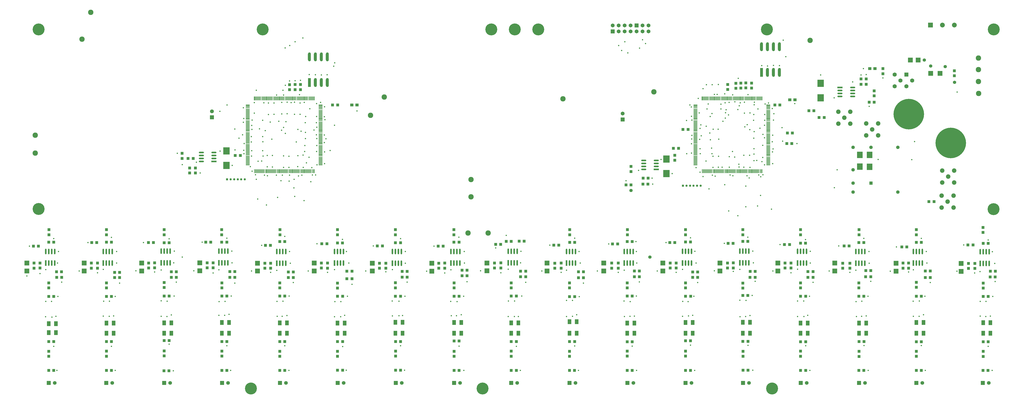
<source format=gbr>
*
G04 Mass Parameters ***
*
G04 Image ***
*
%INTDC_16SMT.GBR*%
%ICAS*%
%MOIN*%
%IPPOS*%
%ASAXBY*%
G74*%FSLAN2X34Y34*%
*
G04 Aperture Definitions ***
*
%ADD10C,0.2000*%
%ADD11C,0.5118*%
%ADD12R,0.0800X0.0800*%
%ADD13R,0.1050X0.1200*%
%ADD14R,0.0500X0.0500*%
%ADD15R,0.0790X0.0790*%
%ADD16R,0.0600X0.0800*%
%ADD17C,0.0750*%
%ADD18C,0.0700*%
%ADD19R,0.0700X0.0700*%
%ADD20C,0.0350*%
%ADD21R,0.0350X0.0350*%
%ADD22C,0.0650*%
%ADD23R,0.0600X0.0600*%
%ADD24O,0.0500X0.1500*%
%ADD25R,0.0500X0.1500*%
%ADD26C,0.0920*%
%ADD27C,0.0580*%
%ADD28C,0.0800*%
%ADD29R,0.0520X0.0500*%
%ADD30O,0.0700X0.0110*%
%ADD31R,0.0700X0.0110*%
%ADD32O,0.0110X0.0700*%
%ADD33R,0.0110X0.0700*%
%ADD34O,0.0250X0.0940*%
%ADD35R,0.0250X0.0940*%
%ADD36C,0.0600*%
%ADD37O,0.0860X0.0250*%
%ADD38R,0.0860X0.0250*%
%ADD39R,0.0866X0.1023*%
%ADD40R,0.0580X0.0580*%
%ADD41C,0.0220*%
%ADD42C,0.0300*%
%ADD43C,0.0160*%
%ADD44C,0.0080*%
%ADD45C,0.0120*%
%ADD46C,0.0220*%
%ADD47C,0.0100*%
%ADD48C,0.0150*%
%ADD49C,0.0200*%
%ADD50C,0.0500*%
%ADD51C,0.0400*%
%ADD52C,0.0220*%
%ADD53C,0.0060*%
%ADD54C,0.2000*%
%ADD55C,0.5118*%
%ADD56R,0.0800X0.0800*%
%ADD57R,0.1200X0.1050*%
%ADD58R,0.0500X0.0500*%
%ADD59R,0.0600X0.0600*%
%ADD60C,0.0750*%
%ADD61C,0.0700*%
%ADD62R,0.0700X0.0700*%
%ADD63C,0.0350*%
%ADD64R,0.0350X0.0350*%
%ADD65C,0.0650*%
%ADD66C,0.0920*%
%ADD67C,0.0580*%
%ADD68C,0.0800*%
%ADD69O,0.0650X0.0160*%
%ADD70R,0.0650X0.0160*%
%ADD71O,0.0900X0.0160*%
%ADD72R,0.0900X0.0160*%
%ADD73C,0.0600*%
%ADD74R,0.0580X0.0580*%
%ADD75C,0.0220*%
%ADD76C,0.0220*%
%ADD77C,0.0250*%
%ADD78C,0.0010*%
%ADD79C,0.0500*%
%ADD80C,0.0500*%
%ADD81R,0.1050X0.1200*%
%ADD82R,0.0790X0.0790*%
%ADD83R,0.0600X0.0800*%
%ADD84C,0.0370*%
%ADD85R,0.0370X0.0370*%
%ADD86R,0.0650X0.0650*%
%ADD87O,0.0500X0.1500*%
%ADD88R,0.0500X0.1500*%
%ADD89C,0.0620*%
%ADD90C,0.0900*%
%ADD91R,0.0520X0.0500*%
%ADD92O,0.0700X0.0110*%
%ADD93R,0.0700X0.0110*%
%ADD94O,0.0110X0.0700*%
%ADD95R,0.0110X0.0700*%
%ADD96O,0.0250X0.0940*%
%ADD97R,0.0250X0.0940*%
%ADD98O,0.0860X0.0250*%
%ADD99R,0.0860X0.0250*%
%ADD100R,0.0945X0.1102*%
%ADD101C,0.0550*%
%ADD102C,0.0550*%
*
G04 Plot Data ***
*
G54D52*
X0028610Y0041470D03*
Y0025960D03*
X0048870Y0041000D03*
X0052530Y0048990D03*
X0074640Y0018500D03*
X0075340Y0016290D03*
X0117560Y0047380D03*
X0118480Y0045720D03*
X0075760Y0019380D03*
X0076330Y0021830D03*
X0075860Y0026910D03*
X0082890Y0029610D03*
X0116970Y0046750D03*
X0153910Y0021680D03*
X0151090Y0016030D03*
X0152780Y0016280D03*
X0152090Y0018580D03*
X0153020Y0019400D03*
X0150300Y0023450D03*
X0141540Y0016000D03*
X0143170Y0016110D03*
X0142410Y0016030D03*
X0153260Y0026910D03*
X0143500Y0019400D03*
X0143940Y0021880D03*
X0142800Y0029090D03*
X0143660Y0026900D03*
X0140440Y0023380D03*
X0134270Y0021740D03*
X0133680Y0019410D03*
X0133020Y0028910D03*
X0133830Y0026930D03*
X0143690Y0024940D03*
X0117345Y0043290D03*
X0093000Y0015990D03*
X0094700Y0016280D03*
X0093990Y0018690D03*
X0095120Y0019320D03*
X0095810Y0021590D03*
X0094350Y0029120D03*
X0095090Y0026910D03*
X0098160Y0023630D03*
X0101650Y0023380D03*
X0105180Y0021790D03*
X0102670Y0016000D03*
X0104360Y0016070D03*
X0103650Y0018510D03*
X0104700Y0019430D03*
X0104740Y0024950D03*
X0084930Y0016010D03*
X0084280Y0018610D03*
X0085500Y0019440D03*
X0086140Y0021730D03*
X0085340Y0026940D03*
X0085290Y0024980D03*
X0081120Y0027510D03*
X0108180Y0023640D03*
X0055830Y0016210D03*
X0151290Y0045330D03*
X0055460Y0028920D03*
X0150810Y0042290D03*
X0135560Y0056500D03*
X0056120Y0026910D03*
X0138330Y0040580D03*
X0137850Y0037595D03*
X0137820Y0052660D03*
X0062730Y0023490D03*
X0066300Y0021770D03*
X0065170Y0029050D03*
X0065910Y0019400D03*
X0064920Y0018550D03*
X0065530Y0016170D03*
X0065970Y0026900D03*
Y0024940D03*
X0152430Y0029080D03*
X0145180Y0042320D03*
X0124860Y0042160D03*
X0123640Y0043020D03*
X0124380Y0043220D03*
X0124390Y0044130D03*
X0122670Y0043035D03*
X0124340Y0045880D03*
X0129080Y0047650D03*
X0129170Y0045380D03*
X0127533Y0041633D03*
X0127490Y0043600D03*
X0124430Y0047010D03*
X0126145Y0048060D03*
X0127455Y0045310D03*
X0127505Y0046402D03*
X0074960Y0029290D03*
X0124570Y0021900D03*
X0124070Y0019540D03*
X0122040Y0015970D03*
X0121150Y0042735D03*
X0122990Y0015990D03*
X0123730Y0016150D03*
X0104000Y0011020D03*
X0104730Y0006950D03*
X0127705Y0049985D03*
X0114700Y0024960D03*
X0114480Y0026920D03*
X0109660Y0028390D03*
X0113910Y0044960D03*
X0113973Y0046357D03*
X0031620Y0040070D03*
X0034950Y0043730D03*
X0027790Y0043350D03*
X0074990Y0011040D03*
X0075770Y0006950D03*
X0027240Y0019440D03*
X0025080Y0016030D03*
X0026060Y0015980D03*
X0026790Y0016270D03*
X0047230Y0021710D03*
X0046590Y0026890D03*
X0113870Y0051130D03*
X0113090Y0048850D03*
X0007080Y0010990D03*
X0007630Y0006950D03*
X0007080Y0029050D03*
X0120160Y0033700D03*
X0054110Y0048060D03*
X0057870Y0050450D03*
X0036930Y0026950D03*
X0031950Y0028450D03*
X0049020Y0035430D03*
X0047440Y0036130D03*
X0044590Y0035960D03*
X0133040Y0011100D03*
X0133750Y0006950D03*
X0084570Y0010980D03*
X0085240Y0006950D03*
X0094340Y0011060D03*
X0094970Y0006950D03*
X0036080Y0011080D03*
X0036730Y0006950D03*
X0045790Y0011090D03*
X0046500Y0006950D03*
X0124170Y0026950D03*
X0152420Y0011120D03*
X0153080Y0006950D03*
X0142810Y0011140D03*
X0143510Y0006950D03*
X0016740Y0011000D03*
X0017390Y0006950D03*
X0143670Y0051240D03*
X0163970Y0016050D03*
X0142720Y0057550D03*
X0143170Y0056550D03*
X0164380Y0019350D03*
X0164780Y0021870D03*
X0163610Y0028830D03*
X0159530Y0027980D03*
X0164720Y0024890D03*
X0164330Y0026850D03*
X0164290Y0006950D03*
X0163610Y0011010D03*
X0153340Y0024950D03*
X0123370Y0011150D03*
X0124190Y0007000D03*
X0043720Y0042980D03*
X0042840Y0043000D03*
X0042080Y0043800D03*
Y0046170D03*
X0042510Y0047170D03*
X0040280Y0047360D03*
X0038991Y0044979D03*
X0038951Y0043290D03*
X0037450Y0043920D03*
X0036980Y0041320D03*
X0041010Y0053930D03*
X0042300Y0051840D03*
X0043990Y0049890D03*
X0047420Y0049880D03*
X0048340Y0049910D03*
X0049040Y0051880D03*
X0049980Y0050830D03*
X0049270Y0049540D03*
X0049250Y0045830D03*
X0049160Y0044660D03*
X0049130Y0043670D03*
X0044410Y0053130D03*
X0045290Y0049950D03*
X0046180Y0050010D03*
X0046840Y0051870D03*
X0104620Y0028560D03*
X0104700Y0026910D03*
X0100050Y0028150D03*
X0043040Y0049870D03*
X0049730Y0023640D03*
X0051180Y0028180D03*
X0040670Y0050080D03*
X0038850Y0050990D03*
X0038910Y0049210D03*
X0113924Y0043404D03*
X0113120Y0043280D03*
X0108820Y0042340D03*
X0110680Y0039960D03*
X0107410Y0038210D03*
X0107310Y0039200D03*
X0102940Y0038760D03*
X0045590Y0042940D03*
X0046490Y0042850D03*
X0047970Y0042950D03*
X0048860Y0043050D03*
X0049840Y0042710D03*
X0127540Y0023630D03*
X0128740Y0028070D03*
X0050150Y0038580D03*
X0048650Y0039710D03*
X0050950Y0039740D03*
X0050410Y0039730D03*
X0042140Y0042890D03*
X0147220Y0023610D03*
X0148250Y0027650D03*
X0038730Y0046460D03*
X0037410Y0047430D03*
X0034910Y0050380D03*
X0052440Y0051150D03*
X0052420Y0049510D03*
X0041260Y0035680D03*
X0088840Y0023630D03*
X0090180Y0027970D03*
X0069550Y0023610D03*
X0070790Y0027780D03*
X0059360Y0023620D03*
X0060620Y0027830D03*
X0137000Y0023630D03*
X0138570Y0027840D03*
X0045591Y0053121D03*
X0158410Y0053620D03*
X0117535Y0042850D03*
X0121900Y0041050D03*
X0133400Y0016200D03*
X0132710Y0018580D03*
X0081980Y0023320D03*
X0078600Y0023650D03*
X0095270Y0024950D03*
X0092080Y0023400D03*
X0111350D03*
X0113760Y0029200D03*
X0057040Y0021390D03*
X0056290Y0019380D03*
X0075880Y0024950D03*
X0072570Y0023310D03*
X0130590Y0023330D03*
X0133830Y0024970D03*
X0124280Y0024990D03*
X0055470Y0010960D03*
X0056070Y0007000D03*
X0117300Y0044220D03*
X0117100Y0045620D03*
X0116510Y0050790D03*
X0117360Y0050030D03*
X0114120Y0016210D03*
X0113360Y0018480D03*
X0112460Y0018530D03*
X0012820Y0028390D03*
X0017630Y0026910D03*
X0003030Y0027790D03*
X0002570Y0022790D03*
X0004800Y0023200D03*
X0119725Y0050660D03*
X0118850Y0050790D03*
X0007900Y0026910D03*
X0007730Y0024950D03*
X0008410Y0021750D03*
X0007780Y0019370D03*
X0007440Y0016030D03*
X0005740Y0018540D03*
X0006720Y0018530D03*
X0011360Y0023640D03*
X0017620Y0024950D03*
X0014430Y0023340D03*
X0018110Y0021600D03*
X0017400Y0019370D03*
X0017110Y0016090D03*
X0015440Y0018570D03*
X0016410Y0018550D03*
X0016750Y0029270D03*
X0030560Y0023660D03*
X0036940Y0024990D03*
X0033790Y0023280D03*
X0036070Y0029120D03*
X0037410Y0021600D03*
X0116400Y0047880D03*
X0117040Y0049520D03*
X0036820Y0019440D03*
X0036440Y0016360D03*
X0040230Y0023620D03*
X0046720Y0024930D03*
X0043430Y0023400D03*
X0046530Y0019420D03*
X0046150Y0016150D03*
X0041920Y0027920D03*
X0056530Y0024950D03*
X0052940Y0023390D03*
X0124440Y0051940D03*
X0122070Y0051835D03*
X0121700Y0050680D03*
X0115342Y0047538D03*
X0113910Y0049550D03*
X0115840Y0054205D03*
X0117750Y0053240D03*
X0042110Y0045280D03*
X0043635Y0045725D03*
X0052437Y0041633D03*
X0053400Y0043830D03*
X0052410Y0046440D03*
X0052404Y0045176D03*
X0052440Y0043600D03*
X0051155Y0047735D03*
X0163220Y0016010D03*
X0162280Y0016050D03*
X0161360Y0023290D03*
X0065180Y0011110D03*
X0065840Y0007000D03*
X0121750Y0055940D03*
X0127570Y0044090D03*
X0115380Y0043290D03*
X0126140Y0041430D03*
X0114330Y0019390D03*
X0113760Y0011190D03*
X0114440Y0006960D03*
X0122790Y0050105D03*
X0117890Y0039540D03*
X0048260Y0053210D03*
X0038850Y0048550D03*
X0041020Y0038980D03*
X0093000Y0023760D03*
X0151090Y0023840D03*
X0112420Y0023910D03*
X0119195Y0048719D03*
X0046590Y0039710D03*
X0045390Y0039690D03*
X0042380Y0039710D03*
X0044390Y0039680D03*
X0102660Y0023770D03*
X0073630Y0023840D03*
X0042900Y0039590D03*
X0048070Y0039550D03*
X0113958Y0045766D03*
X0041330Y0042040D03*
X0040333Y0040353D03*
X0127646Y0048916D03*
X0141460Y0023760D03*
X0123730Y0050120D03*
X0124310Y0048910D03*
X0124340Y0049870D03*
X0119555Y0051835D03*
X0120830Y0053170D03*
X0054120Y0023870D03*
X0083230Y0023930D03*
X0124970Y0034530D03*
X0127320Y0033990D03*
X0115050Y0052555D03*
X0123020Y0034410D03*
X0123360Y0029280D03*
X0121690Y0032910D03*
X0015400Y0023880D03*
X0040320Y0048920D03*
X0043340Y0048600D03*
X0125890Y0039760D03*
X0125510Y0039440D03*
X0125190Y0039720D03*
X0005750Y0023860D03*
X0131670Y0023930D03*
X0051180Y0041430D03*
X0049410Y0041750D03*
X0119500Y0038110D03*
X0120394Y0039735D03*
X0045150Y0038750D03*
X0052690Y0045790D03*
X0116840Y0037390D03*
X0123720Y0041010D03*
X0123020Y0037870D03*
X0044450Y0023740D03*
X0116360Y0042070D03*
X0120250Y0042780D03*
X0118460Y0042850D03*
X0041920Y0042050D03*
X0124400Y0042140D03*
X0051140Y0045830D03*
X0125706Y0041944D03*
X0125850Y0042670D03*
X0123680Y0047330D03*
X0122020Y0023890D03*
X0034750Y0023820D03*
X0119060Y0041030D03*
X0117410Y0039710D03*
X0115340Y0040210D03*
X0125050Y0050800D03*
X0047360Y0039000D03*
X0046520Y0038700D03*
X0049250Y0046860D03*
X0049230Y0048500D03*
X0040190Y0045270D03*
X0115220Y0050120D03*
X0120230Y0051910D03*
X0125880Y0046540D03*
X0063830Y0023870D03*
X0123370Y0053180D03*
X0046470Y0040980D03*
X0126255Y0051640D03*
X0126200Y0049860D03*
X0124410Y0051490D03*
X0127440Y0050860D03*
X0131220Y0051700D03*
X0121190Y0051980D03*
X0042100Y0048910D03*
X0041550Y0047450D03*
X0045470Y0053920D03*
X0120260Y0041020D03*
X0045300Y0051890D03*
X0038930Y0043860D03*
X0040020Y0041140D03*
X0051120Y0051680D03*
X0048520Y0047070D03*
X0120860Y0039610D03*
X0142330Y0056510D03*
X0051120Y0049540D03*
X0050680Y0047270D03*
X0140920Y0055320D03*
X0047310Y0037550D03*
X0040180Y0046160D03*
X0038130Y0045880D03*
X0123250Y0048170D03*
X0113970Y0048920D03*
X0121855Y0041540D03*
X0121910Y0051330D03*
X0118840Y0051590D03*
X0122670Y0041020D03*
X0123570Y0039240D03*
X0050316Y0040954D03*
X0040870Y0039750D03*
X0125850Y0044705D03*
X0126150Y0045960D03*
X0122790Y0051930D03*
X0126200Y0048910D03*
X0047730Y0045270D03*
X0043040Y0051780D03*
X0040670Y0051870D03*
X0051080Y0048490D03*
X0047953Y0041136D03*
X0051160Y0044660D03*
X0115860Y0039470D03*
X0048347Y0051793D03*
X0114695Y0040970D03*
X0117530Y0040980D03*
X0043970Y0051780D03*
X0145990Y0056010D03*
X0045800Y0029440D03*
X0042720Y0034690D03*
X0115490Y0048120D03*
X0115270Y0045700D03*
X0105730Y0062380D03*
X0162260Y0023530D03*
X0043710Y0041050D03*
X0040258Y0043798D03*
X0115360Y0044120D03*
X0118430Y0041040D03*
X0113645Y0051475D03*
X0125370Y0047550D03*
X0123220Y0039590D03*
X0045870Y0054760D03*
X0045860Y0061020D03*
X0045590Y0040980D03*
X0042840Y0041100D03*
X0045890Y0046710D03*
X0120800Y0043660D03*
G54D54*
X0126550Y0064140D03*
X0080370D03*
X0127420Y0003940D03*
X0078920D03*
X0040110D03*
X0042100Y0064140D03*
X0084310D03*
X0088260D03*
X0164510Y0034010D03*
X0164550Y0064130D03*
X0004540Y0034020D03*
Y0064130D03*
G54D55*
X0157340Y0045100D03*
X0150310Y0049920D03*
G54D56*
X0153950Y0064870D03*
X0159080Y0024890D03*
Y0023570D03*
X0002570Y0024960D03*
Y0023640D03*
X0012170Y0024960D03*
Y0023640D03*
X0021810Y0024960D03*
Y0023640D03*
X0031550Y0024980D03*
Y0023660D03*
X0041230Y0024940D03*
Y0023620D03*
X0050730Y0024960D03*
Y0023640D03*
X0060440Y0024940D03*
Y0023620D03*
X0070410Y0024930D03*
Y0023610D03*
X0079640Y0024970D03*
Y0023650D03*
X0089720Y0024950D03*
Y0023630D03*
X0099230Y0024950D03*
Y0023630D03*
X0109120Y0024960D03*
Y0023640D03*
X0118680Y0024950D03*
Y0023630D03*
X0128380Y0024960D03*
Y0023640D03*
X0137920Y0024950D03*
Y0023630D03*
X0148170Y0024930D03*
Y0023610D03*
X0150570Y0059010D03*
X0151890D03*
G54D58*
X0154540Y0035250D03*
X0153700D03*
X0048410Y0054880D03*
Y0054040D03*
X0046600Y0054860D03*
Y0054020D03*
X0133590Y0050500D03*
X0134430D03*
X0047510Y0054880D03*
Y0054040D03*
X0038340Y0043000D03*
X0037500D03*
X0111120Y0043020D03*
Y0042180D03*
X0123990Y0055140D03*
Y0054300D03*
X0121340Y0055100D03*
Y0054260D03*
X0123030Y0055160D03*
Y0054320D03*
X0122170Y0054300D03*
Y0055140D03*
X0120000Y0054050D03*
Y0054890D03*
X0035220Y0030550D03*
Y0029710D03*
X0025570Y0030550D03*
Y0029710D03*
X0015920Y0030550D03*
Y0029710D03*
X0006290Y0030550D03*
Y0029710D03*
X0044970Y0030550D03*
Y0029710D03*
X0054620Y0030550D03*
Y0029710D03*
X0064320Y0030550D03*
Y0029710D03*
X0074120Y0030550D03*
Y0029710D03*
X0112920Y0030550D03*
Y0029710D03*
X0103170Y0030550D03*
Y0029710D03*
X0093520Y0030550D03*
Y0029710D03*
X0085890Y0028640D03*
X0085050D03*
X0122520Y0030550D03*
Y0029710D03*
X0132170Y0030550D03*
Y0029710D03*
X0141970Y0030550D03*
Y0029710D03*
X0151590Y0030550D03*
Y0029710D03*
X0030440Y0042510D03*
X0029600D03*
X0144520Y0053820D03*
Y0052980D03*
X0129990Y0046750D03*
X0130830D03*
X0111740Y0044180D03*
X0110900D03*
X0006240Y0021630D03*
Y0020790D03*
X0044950Y0021620D03*
Y0020780D03*
X0007080Y0006950D03*
X0006240D03*
Y0011790D03*
X0007080D03*
X0006240Y0019370D03*
X0007080D03*
X0045790Y0006950D03*
X0044950D03*
Y0011780D03*
X0045790D03*
X0044950Y0019420D03*
X0045790D03*
X0006240Y0010160D03*
Y0009320D03*
X0044950Y0010170D03*
Y0009330D03*
X0015910Y0021630D03*
Y0020790D03*
X0054630Y0021610D03*
Y0020770D03*
X0016750Y0006950D03*
X0015910D03*
Y0011780D03*
X0016750D03*
X0015910Y0019370D03*
X0016750D03*
X0055470Y0007000D03*
X0054630D03*
Y0011780D03*
X0055470D03*
X0054630Y0019380D03*
X0055470D03*
X0015910Y0010180D03*
Y0009340D03*
X0054630Y0010170D03*
Y0009330D03*
X0025570Y0021690D03*
Y0020850D03*
X0064330Y0021650D03*
Y0020810D03*
X0026400Y0006900D03*
X0025560D03*
X0025590Y0011970D03*
X0026430D03*
X0025580Y0019440D03*
X0026420D03*
X0065180Y0007000D03*
X0064340D03*
Y0011790D03*
X0065180D03*
X0064330Y0019400D03*
X0065170D03*
X0025580Y0010240D03*
Y0009400D03*
X0064340Y0010190D03*
Y0009350D03*
X0035240Y0021630D03*
Y0020790D03*
X0074140Y0021640D03*
Y0020800D03*
X0036080Y0006950D03*
X0035240D03*
Y0011780D03*
X0036080D03*
X0035240Y0019440D03*
X0036080D03*
X0074980Y0006950D03*
X0074140D03*
Y0011890D03*
X0074980D03*
X0074140Y0019380D03*
X0074980D03*
X0035240Y0010200D03*
Y0009360D03*
X0074140Y0010170D03*
Y0009330D03*
X0122530Y0021590D03*
Y0020750D03*
X0123380Y0007000D03*
X0122540D03*
X0122530Y0011840D03*
X0123370D03*
X0122520Y0019540D03*
X0123360D03*
X0122540Y0010160D03*
Y0009320D03*
X0083730Y0021630D03*
Y0020790D03*
X0132190Y0021620D03*
Y0020780D03*
X0083730Y0011780D03*
X0084570D03*
Y0006950D03*
X0083730D03*
Y0019440D03*
X0084570D03*
X0133040Y0006950D03*
X0132200D03*
Y0011750D03*
X0133040D03*
X0132200Y0019410D03*
X0133040D03*
X0083730Y0010180D03*
Y0009340D03*
X0132200Y0010180D03*
Y0009340D03*
X0093500Y0021630D03*
Y0020790D03*
X0141950Y0021620D03*
Y0020780D03*
X0094320Y0006950D03*
X0093480D03*
X0093500Y0011780D03*
X0094340D03*
X0093500Y0019320D03*
X0094340D03*
X0141970Y0011780D03*
X0142810D03*
X0142800Y0006950D03*
X0141960D03*
X0141950Y0019400D03*
X0142790D03*
X0093500Y0010170D03*
Y0009330D03*
X0141970Y0010150D03*
Y0009310D03*
X0103160Y0021640D03*
Y0020800D03*
X0151580Y0021730D03*
Y0020890D03*
X0103160Y0011760D03*
X0104000D03*
X0103160Y0019430D03*
X0104000D03*
Y0006950D03*
X0103160D03*
X0152420D03*
X0151580D03*
Y0011760D03*
X0152420D03*
X0151580Y0019400D03*
X0152420D03*
X0103160Y0010210D03*
Y0009370D03*
X0151580Y0010160D03*
Y0009320D03*
X0112920Y0021620D03*
Y0020780D03*
X0113760Y0006960D03*
X0112920D03*
Y0011930D03*
X0113760D03*
X0162790Y0021590D03*
Y0020750D03*
X0112930Y0019390D03*
X0113770D03*
X0162760Y0030920D03*
Y0030080D03*
X0112920Y0010210D03*
Y0009370D03*
X0163600Y0006950D03*
X0162760D03*
X0162770Y0011750D03*
X0163610D03*
X0162770Y0019350D03*
X0163610D03*
X0162770Y0010150D03*
Y0009310D03*
X0130710Y0044990D03*
X0129870D03*
X0053800Y0051450D03*
X0054640D03*
X0103780Y0041150D03*
Y0040310D03*
X0113340Y0047350D03*
X0112500D03*
X0136140Y0049350D03*
X0135300D03*
X0157950Y0057200D03*
Y0056360D03*
X0127890Y0051470D03*
X0128730D03*
X0145990Y0057550D03*
Y0056710D03*
X0003770Y0024950D03*
Y0024110D03*
X0004800Y0024120D03*
Y0024960D03*
X0013370Y0024950D03*
Y0024110D03*
X0014430D03*
Y0024950D03*
X0022970Y0024960D03*
Y0024120D03*
X0023980Y0024150D03*
Y0024990D03*
X0032790D03*
Y0024150D03*
X0033790D03*
Y0024990D03*
X0043430Y0024090D03*
Y0024930D03*
X0052940Y0024110D03*
Y0024950D03*
X0062730Y0024100D03*
Y0024940D03*
X0072570Y0024110D03*
Y0024950D03*
X0081980Y0024140D03*
Y0024980D03*
X0092080Y0024110D03*
Y0024950D03*
X0101650Y0024110D03*
Y0024950D03*
X0111350Y0024120D03*
Y0024960D03*
X0120930Y0024140D03*
Y0024980D03*
X0130590Y0024130D03*
Y0024970D03*
X0140440Y0024100D03*
Y0024940D03*
X0030820Y0040070D03*
Y0040910D03*
X0142330Y0055830D03*
X0143170D03*
X0106650Y0039200D03*
X0105810D03*
X0028600Y0043350D03*
Y0042510D03*
X0029860Y0040070D03*
Y0040910D03*
X0143670Y0051930D03*
X0144510D03*
X0143170Y0054930D03*
X0142330D03*
X0102940Y0038060D03*
X0103780D03*
X0106630Y0038190D03*
X0105790D03*
X0033400Y0028450D03*
X0032560D03*
X0023790Y0028410D03*
X0022950D03*
X0014280Y0028390D03*
X0013440D03*
X0004530Y0027790D03*
X0003690D03*
X0043390Y0027920D03*
X0042550D03*
X0052840Y0028190D03*
X0052000D03*
X0062140Y0027830D03*
X0061300D03*
X0072320Y0027780D03*
X0071480D03*
X0081960Y0028100D03*
X0081120D03*
X0091700Y0027970D03*
X0090860D03*
X0101540Y0028150D03*
X0100700D03*
X0111110Y0028390D03*
X0110270D03*
X0120890Y0028260D03*
X0120050D03*
X0161380Y0024050D03*
Y0024890D03*
X0150300Y0024110D03*
Y0024950D03*
X0042450Y0024930D03*
Y0024090D03*
X0051920Y0024960D03*
Y0024120D03*
X0061650Y0024940D03*
Y0024100D03*
X0071590Y0024940D03*
Y0024100D03*
X0130340Y0028070D03*
X0129500D03*
X0100550Y0024950D03*
Y0024110D03*
X0110360Y0024960D03*
Y0024120D03*
X0161070Y0027980D03*
X0160230D03*
X0149980Y0027650D03*
X0149140D03*
X0008410Y0022560D03*
X0007570D03*
X0018120Y0022520D03*
X0017280D03*
X0027610Y0022550D03*
X0026770D03*
X0037410D03*
X0036570D03*
X0047230Y0022540D03*
X0046390D03*
X0057040Y0022340D03*
X0056200D03*
X0140310Y0027840D03*
X0139470D03*
X0066300Y0022610D03*
X0065460D03*
X0076330Y0022830D03*
X0075490D03*
X0086140Y0022660D03*
X0085300D03*
X0046380Y0023470D03*
X0047220D03*
X0007560Y0023480D03*
X0008400D03*
X0006240Y0028460D03*
X0007080D03*
X0044960Y0028550D03*
X0045800D03*
X0095810Y0022510D03*
X0094970D03*
X0105190Y0022660D03*
X0104350D03*
X0017280Y0023390D03*
X0018120D03*
X0056200Y0023610D03*
X0057040D03*
X0015910Y0028450D03*
X0016750D03*
X0054620Y0028340D03*
X0055460D03*
X0114950Y0022550D03*
X0114110D03*
X0124570D03*
X0123730D03*
X0026770Y0023490D03*
X0027610D03*
X0065440Y0023560D03*
X0066280D03*
X0025590Y0028360D03*
X0026430D03*
X0064330Y0028370D03*
X0065170D03*
X0134270Y0022570D03*
X0133430D03*
X0143940Y0022670D03*
X0143100D03*
X0036570Y0023530D03*
X0037410D03*
X0075490Y0023750D03*
X0076330D03*
X0035230Y0028470D03*
X0036070D03*
X0074130D03*
X0074970D03*
X0153910Y0022540D03*
X0153070D03*
X0164780Y0022640D03*
X0163940D03*
X0123740Y0023570D03*
X0124580D03*
X0122520Y0028600D03*
X0123360D03*
X0119940Y0024970D03*
Y0024130D03*
X0085300Y0023600D03*
X0086140D03*
X0083730Y0028590D03*
X0082890D03*
X0133430Y0023540D03*
X0134270D03*
X0132180Y0028290D03*
X0133020D03*
X0080920Y0024970D03*
Y0024130D03*
X0129570Y0024960D03*
Y0024120D03*
X0094970Y0023510D03*
X0095810D03*
X0093510Y0028420D03*
X0094350D03*
X0143110Y0023710D03*
X0143950D03*
X0141960Y0028410D03*
X0142800D03*
X0091010Y0024940D03*
Y0024100D03*
X0139240Y0024940D03*
Y0024100D03*
X0104340Y0023630D03*
X0105180D03*
X0103160Y0028560D03*
X0104000D03*
X0153070Y0023640D03*
X0153910D03*
X0151590Y0028430D03*
X0152430D03*
X0160320Y0024890D03*
Y0024050D03*
X0149350Y0024950D03*
Y0024110D03*
X0114120Y0023470D03*
X0114960D03*
X0112920Y0028500D03*
X0113760D03*
X0163990Y0023610D03*
X0164830D03*
X0162770Y0028250D03*
X0163610D03*
G54D60*
X0156820Y0035250D03*
X0155820Y0034250D03*
X0157820D03*
Y0036250D03*
X0155820D03*
X0156910Y0039470D03*
X0155910Y0038470D03*
X0157910D03*
Y0040470D03*
X0155910D03*
X0144180Y0047350D03*
X0143180Y0046350D03*
X0145180D03*
Y0048350D03*
X0143180D03*
X0139510Y0049340D03*
X0140510Y0048340D03*
Y0050340D03*
X0138510D03*
Y0048340D03*
G54D61*
X0147947Y0054581D03*
X0148931Y0055566D03*
X0149916Y0054581D03*
X0150900Y0055566D03*
X0147947Y0056550D03*
G54D62*
X0149916D03*
G54D65*
X0100730Y0064800D03*
X0101730Y0063800D03*
Y0064800D03*
X0102730Y0063800D03*
Y0064800D03*
X0103730Y0063800D03*
Y0064800D03*
X0104730Y0063800D03*
X0105730D03*
Y0064800D03*
X0106730Y0063800D03*
Y0064800D03*
X0033570Y0050380D03*
X0102400Y0050030D03*
G54D67*
X0144000Y0044360D03*
X0141000D03*
Y0038360D03*
Y0040610D03*
Y0036860D03*
X0148500D03*
Y0044360D03*
G54D68*
X0155950Y0064870D03*
X0157950D03*
G54D74*
X0144000Y0038360D03*
G54D75*
X0105050Y0040500D03*
X0054160Y0058540D03*
X0054000Y0057950D03*
X0030970Y0041870D03*
X0125500Y0036300D03*
X0162280Y0018520D03*
X0141480Y0018500D03*
X0112410Y0016040D03*
X0113430Y0016100D03*
X0102620Y0018580D03*
X0103620Y0016020D03*
X0093970D03*
X0083260Y0018590D03*
X0073600Y0018530D03*
X0063790Y0018610D03*
X0016380Y0016030D03*
X0005730Y0015960D03*
X0025090Y0023800D03*
X0023980Y0023460D03*
X0120930Y0023560D03*
X0163250Y0018530D03*
X0151050Y0018550D03*
X0152040Y0016030D03*
X0142450Y0018550D03*
X0131680Y0018580D03*
X0132760Y0016010D03*
X0122020Y0018740D03*
X0123050Y0018690D03*
X0092980Y0018700D03*
X0083230Y0015990D03*
X0084240D03*
X0073680Y0016140D03*
X0074540Y0016130D03*
X0063810Y0016110D03*
X0064910Y0016130D03*
X0054190Y0018500D03*
X0054130Y0015960D03*
X0055140Y0015970D03*
X0055200Y0018510D03*
X0044510Y0016040D03*
X0044480Y0018540D03*
X0045360Y0016030D03*
X0045470Y0018550D03*
X0034750Y0016190D03*
X0034790Y0018510D03*
X0035730Y0016190D03*
X0035790Y0018530D03*
X0025080Y0018620D03*
X0026090Y0018570D03*
X0015400Y0016060D03*
X0006770Y0015910D03*
X0129290Y0062340D03*
X0129720Y0059550D03*
X0158370Y0023590D03*
X0022120Y0028410D03*
X0119420Y0028260D03*
X0020850Y0023660D03*
X0117760Y0023650D03*
X0027610Y0021760D03*
X0114950Y0021700D03*
X0026430Y0029030D03*
X0027280Y0026950D03*
X0027200Y0024990D03*
X0026430Y0011360D03*
X0027110Y0006900D03*
G54D76*
X0047510Y0062060D03*
Y0055530D03*
X0049900Y0056560D03*
X0046182Y0051922D03*
X0047420Y0051920D03*
X0125670Y0058070D03*
X0131700Y0016010D03*
X0046630Y0061430D03*
X0046590Y0055490D03*
X0115550Y0046290D03*
X0118400Y0047380D03*
X0126830Y0051810D03*
X0045260Y0047230D03*
X0116715Y0051640D03*
X0052900Y0056520D03*
X0051130Y0043670D03*
X0051070Y0046470D03*
X0047990Y0047350D03*
X0051800Y0051890D03*
X0048410Y0055610D03*
X0048820Y0062690D03*
X0122840Y0047800D03*
X0040210Y0042880D03*
X0119470Y0053320D03*
X0051910Y0056480D03*
X0045970Y0048650D03*
X0116410Y0054850D03*
X0120130Y0049790D03*
X0103250Y0060190D03*
X0102750Y0062050D03*
X0045580Y0047700D03*
X0118410Y0054890D03*
X0050930Y0056520D03*
X0040250Y0048040D03*
X0044790Y0048740D03*
X0101730Y0061430D03*
X0119580Y0049270D03*
X0105220Y0061000D03*
X0102210Y0060610D03*
X0118229Y0053220D03*
X0119620Y0050170D03*
X0126640Y0057990D03*
X0131600Y0044990D03*
X0128660Y0058050D03*
X0127650Y0058100D03*
X0036130Y0051470D03*
X0106210Y0061760D03*
X0117390Y0054860D03*
G54D81*
X0135560Y0052660D03*
Y0055110D03*
X0036020Y0043770D03*
Y0041320D03*
X0109720Y0042410D03*
Y0039960D03*
G54D82*
X0155550Y0056750D03*
X0154000D03*
G54D83*
X0007440Y0014800D03*
X0006240D03*
X0046150Y0014930D03*
X0044950D03*
X0006240Y0013290D03*
X0007440D03*
X0044950Y0013200D03*
X0046150D03*
X0017110Y0014890D03*
X0015910D03*
X0055830D03*
X0054630D03*
X0015910Y0013200D03*
X0017110D03*
X0054630D03*
X0055830D03*
X0026790Y0014930D03*
X0025590D03*
X0065530Y0015020D03*
X0064330D03*
X0025590Y0013200D03*
X0026790D03*
X0064330D03*
X0065530D03*
X0036440Y0014990D03*
X0035240D03*
X0075340Y0015000D03*
X0074140D03*
Y0013200D03*
X0075340D03*
X0035240D03*
X0036440D03*
X0123730Y0015020D03*
X0122530D03*
Y0013200D03*
X0123730D03*
X0084930Y0014920D03*
X0083730D03*
X0133400Y0014910D03*
X0132200D03*
X0083730Y0013200D03*
X0084930D03*
X0132200D03*
X0133400D03*
X0094700Y0015130D03*
X0093500D03*
X0143170Y0014910D03*
X0141970D03*
X0093500Y0013200D03*
X0094700D03*
X0141970D03*
X0143170D03*
X0104360Y0014910D03*
X0103160D03*
X0152780Y0014990D03*
X0151580D03*
X0103160Y0013200D03*
X0104360D03*
X0151580D03*
X0152780D03*
X0114120Y0015010D03*
X0112920D03*
X0163970Y0014970D03*
X0162770D03*
X0112920Y0013200D03*
X0114120D03*
X0162770D03*
X0163970D03*
G54D84*
X0036724Y0038994D03*
X0037315D03*
X0037905D03*
X0038496D03*
X0039086D03*
X0113080Y0037920D03*
X0113671D03*
X0114261D03*
X0114852D03*
X0115443D03*
G54D85*
X0036134Y0038994D03*
X0112490Y0037920D03*
G54D86*
X0100730Y0063800D03*
X0104730Y0064800D03*
X0006240Y0004850D03*
X0044970D03*
X0015870D03*
X0054640D03*
X0025570D03*
X0064370D03*
X0035270D03*
X0074140D03*
X0122540D03*
X0083730D03*
X0132210D03*
X0093480D03*
X0141970D03*
X0103170D03*
X0151580D03*
X0112920D03*
X0162720D03*
X0033570Y0049380D03*
X0102400Y0049030D03*
G54D87*
X0049920Y0059530D03*
X0050920Y0055230D03*
Y0059530D03*
X0051920Y0055230D03*
Y0059530D03*
X0052920Y0055230D03*
Y0059530D03*
X0125660Y0061220D03*
X0126660Y0056920D03*
Y0061220D03*
X0127660Y0056920D03*
Y0061220D03*
X0128660Y0056920D03*
Y0061220D03*
G54D88*
X0049920Y0055230D03*
X0125660Y0056920D03*
G54D89*
X0007240Y0004850D03*
X0045970D03*
X0016870D03*
X0055640D03*
X0026570D03*
X0065370D03*
X0036270D03*
X0075140D03*
X0123540D03*
X0084730D03*
X0133210D03*
X0094480D03*
X0142970D03*
X0104170D03*
X0152580D03*
X0113920D03*
X0163720D03*
G54D90*
X0076500Y0030000D03*
X0079850D03*
X0077000Y0036050D03*
X0004000Y0043390D03*
X0162000Y0055400D03*
X0107620Y0053670D03*
X0004000Y0046400D03*
X0060140Y0049740D03*
X0092400Y0052500D03*
X0162010Y0053380D03*
X0011810Y0062500D03*
X0162000Y0057400D03*
X0013270Y0067010D03*
X0162000Y0059330D03*
X0062450Y0052790D03*
X0133780Y0062280D03*
X0077000Y0038950D03*
G54D91*
X0144640Y0057550D03*
X0143800D03*
X0057030Y0051450D03*
X0057870D03*
X0130400Y0052330D03*
X0131240D03*
G54D92*
X0051792Y0041436D03*
Y0041633D03*
Y0041829D03*
Y0042026D03*
Y0042223D03*
Y0042420D03*
Y0042617D03*
Y0043011D03*
Y0043207D03*
Y0043404D03*
Y0043601D03*
Y0043798D03*
Y0043995D03*
Y0044192D03*
Y0044388D03*
Y0044585D03*
Y0044979D03*
Y0045176D03*
Y0045373D03*
Y0045570D03*
Y0045766D03*
Y0045963D03*
Y0046160D03*
Y0046357D03*
Y0046554D03*
Y0046948D03*
Y0047144D03*
Y0047341D03*
Y0047538D03*
Y0047735D03*
Y0047932D03*
Y0048129D03*
Y0048326D03*
Y0048522D03*
Y0048916D03*
Y0049113D03*
Y0049310D03*
Y0049507D03*
Y0049704D03*
Y0049900D03*
Y0050097D03*
Y0050294D03*
Y0050491D03*
Y0050885D03*
Y0051082D03*
Y0051278D03*
Y0051475D03*
X0039587D03*
Y0051278D03*
Y0051082D03*
Y0050688D03*
Y0050491D03*
Y0050294D03*
Y0050097D03*
Y0049900D03*
Y0049704D03*
Y0049507D03*
Y0049310D03*
Y0049113D03*
Y0048719D03*
Y0048522D03*
Y0048326D03*
Y0048129D03*
Y0047932D03*
Y0047735D03*
Y0047538D03*
Y0047341D03*
Y0047144D03*
Y0046751D03*
Y0046554D03*
Y0046357D03*
Y0046160D03*
Y0045963D03*
Y0045766D03*
Y0045570D03*
Y0045373D03*
Y0045176D03*
Y0044782D03*
Y0044585D03*
Y0044388D03*
Y0044192D03*
Y0043995D03*
Y0043798D03*
Y0043601D03*
Y0043404D03*
Y0043207D03*
Y0042814D03*
Y0042617D03*
Y0042420D03*
Y0042223D03*
Y0042026D03*
Y0041829D03*
Y0041633D03*
Y0041436D03*
X0126792D03*
Y0041633D03*
Y0041829D03*
Y0042026D03*
Y0042223D03*
Y0042420D03*
Y0042617D03*
Y0043011D03*
Y0043207D03*
Y0043404D03*
Y0043601D03*
Y0043798D03*
Y0043995D03*
Y0044192D03*
Y0044388D03*
Y0044585D03*
Y0044979D03*
Y0045176D03*
Y0045373D03*
Y0045570D03*
Y0045766D03*
Y0045963D03*
Y0046160D03*
Y0046357D03*
Y0046554D03*
Y0046948D03*
Y0047144D03*
Y0047341D03*
Y0047538D03*
Y0047735D03*
Y0047932D03*
Y0048129D03*
Y0048326D03*
Y0048522D03*
Y0048916D03*
Y0049113D03*
Y0049310D03*
Y0049507D03*
Y0049704D03*
Y0049900D03*
Y0050097D03*
Y0050294D03*
Y0050491D03*
Y0050885D03*
Y0051082D03*
Y0051278D03*
Y0051475D03*
X0114587D03*
Y0051278D03*
Y0051082D03*
Y0050688D03*
Y0050491D03*
Y0050294D03*
Y0050097D03*
Y0049900D03*
Y0049704D03*
Y0049507D03*
Y0049310D03*
Y0049113D03*
Y0048719D03*
Y0048522D03*
Y0048326D03*
Y0048129D03*
Y0047932D03*
Y0047735D03*
Y0047538D03*
Y0047341D03*
Y0047144D03*
Y0046751D03*
Y0046554D03*
Y0046357D03*
Y0046160D03*
Y0045963D03*
Y0045766D03*
Y0045570D03*
Y0045373D03*
Y0045176D03*
Y0044782D03*
Y0044585D03*
Y0044388D03*
Y0044192D03*
Y0043995D03*
Y0043798D03*
Y0043601D03*
Y0043404D03*
Y0043207D03*
Y0042814D03*
Y0042617D03*
Y0042420D03*
Y0042223D03*
Y0042026D03*
Y0041829D03*
Y0041633D03*
Y0041436D03*
G54D93*
X0051792Y0042814D03*
Y0044782D03*
Y0046751D03*
Y0048719D03*
Y0050688D03*
X0039587Y0050885D03*
Y0048916D03*
Y0046948D03*
Y0044979D03*
Y0043011D03*
X0126792Y0042814D03*
Y0044782D03*
Y0046751D03*
Y0048719D03*
Y0050688D03*
X0114587Y0050885D03*
Y0048916D03*
Y0046948D03*
Y0044979D03*
Y0043011D03*
G54D94*
X0040867Y0040353D03*
X0041064D03*
X0041260D03*
X0041457D03*
X0041654D03*
X0041851D03*
X0042048D03*
X0042245D03*
X0042638D03*
X0042835D03*
X0043032D03*
X0043229D03*
X0043426D03*
X0043623D03*
X0043820D03*
X0044016D03*
X0044213D03*
X0044607D03*
X0044804D03*
X0045001D03*
X0045197D03*
X0045394D03*
X0045591D03*
X0045788D03*
X0045985D03*
X0046182D03*
X0046575D03*
X0046772D03*
X0046969D03*
X0047166D03*
X0047363D03*
X0047560D03*
X0047757D03*
X0047953D03*
X0048150D03*
X0048544D03*
X0048741D03*
X0048938D03*
X0049135D03*
X0049331D03*
X0049528D03*
X0049725D03*
X0049922D03*
X0050119D03*
X0050513D03*
X0050709D03*
Y0052558D03*
X0050513D03*
X0050316D03*
X0050119D03*
X0049922D03*
X0049528D03*
X0049331D03*
X0049135D03*
X0048938D03*
X0048741D03*
X0048544D03*
X0048347D03*
X0048150D03*
X0047953D03*
X0047560D03*
X0047363D03*
X0047166D03*
X0046969D03*
X0046772D03*
X0046575D03*
X0046379D03*
X0046182D03*
X0045985D03*
X0045591D03*
X0045394D03*
X0045197D03*
X0045001D03*
X0044804D03*
X0044607D03*
X0044410D03*
X0044213D03*
X0044016D03*
X0043623D03*
X0043426D03*
X0043229D03*
X0043032D03*
X0042835D03*
X0042638D03*
X0042442D03*
X0042245D03*
X0042048D03*
X0041654D03*
X0041457D03*
X0041260D03*
X0041064D03*
X0040867D03*
X0040670D03*
X0115867Y0040353D03*
X0116064D03*
X0116260D03*
X0116457D03*
X0116654D03*
X0116851D03*
X0117048D03*
X0117245D03*
X0117638D03*
X0117835D03*
X0118032D03*
X0118229D03*
X0118426D03*
X0118623D03*
X0118820D03*
X0119016D03*
X0119213D03*
X0119607D03*
X0119804D03*
X0120001D03*
X0120197D03*
X0120394D03*
X0120591D03*
X0120788D03*
X0120985D03*
X0121182D03*
X0121575D03*
X0121772D03*
X0121969D03*
X0122166D03*
X0122363D03*
X0122560D03*
X0122757D03*
X0122953D03*
X0123150D03*
X0123544D03*
X0123741D03*
X0123938D03*
X0124135D03*
X0124331D03*
X0124528D03*
X0124725D03*
X0124922D03*
X0125119D03*
X0125513D03*
X0125709D03*
Y0052558D03*
X0125513D03*
X0125316D03*
X0125119D03*
X0124922D03*
X0124528D03*
X0124331D03*
X0124135D03*
X0123938D03*
X0123741D03*
X0123544D03*
X0123347D03*
X0123150D03*
X0122953D03*
X0122560D03*
X0122363D03*
X0122166D03*
X0121969D03*
X0121772D03*
X0121575D03*
X0121379D03*
X0121182D03*
X0120985D03*
X0120591D03*
X0120394D03*
X0120197D03*
X0120001D03*
X0119804D03*
X0119607D03*
X0119410D03*
X0119213D03*
X0119016D03*
X0118623D03*
X0118426D03*
X0118229D03*
X0118032D03*
X0117835D03*
X0117638D03*
X0117442D03*
X0117245D03*
X0117048D03*
X0116654D03*
X0116457D03*
X0116260D03*
X0116064D03*
X0115867D03*
X0115670D03*
G54D95*
X0040670Y0040353D03*
X0042442D03*
X0044410D03*
X0046379D03*
X0048347D03*
X0050316D03*
X0049725Y0052558D03*
X0047757D03*
X0045788D03*
X0043820D03*
X0041851D03*
X0115670Y0040353D03*
X0117442D03*
X0119410D03*
X0121379D03*
X0123347D03*
X0125316D03*
X0124725Y0052558D03*
X0122757D03*
X0120788D03*
X0118820D03*
X0116851D03*
G54D96*
X0006250Y0024950D03*
X0006750D03*
X0007250D03*
Y0026910D03*
X0006750D03*
X0006250D03*
X0005750D03*
X0044950Y0024930D03*
X0045450D03*
X0045950D03*
Y0026890D03*
X0045450D03*
X0044950D03*
X0044450D03*
X0015900Y0024950D03*
X0016400D03*
X0016900D03*
Y0026910D03*
X0016400D03*
X0015900D03*
X0015400D03*
X0054620Y0024950D03*
X0055120D03*
X0055620D03*
Y0026910D03*
X0055120D03*
X0054620D03*
X0054120D03*
X0025590Y0024990D03*
X0026090D03*
X0026590D03*
Y0026950D03*
X0026090D03*
X0025590D03*
X0025090D03*
X0064330Y0024940D03*
X0064830D03*
X0065330D03*
Y0026900D03*
X0064830D03*
X0064330D03*
X0063830D03*
X0035240Y0024990D03*
X0035740D03*
X0036240D03*
Y0026950D03*
X0035740D03*
X0035240D03*
X0034740D03*
X0074130Y0024950D03*
X0074630D03*
X0075130D03*
Y0026910D03*
X0074630D03*
X0074130D03*
X0073630D03*
X0122520Y0024990D03*
X0123020D03*
X0123520D03*
Y0026950D03*
X0123020D03*
X0122520D03*
X0122020D03*
X0083730Y0024980D03*
X0084230D03*
X0084730D03*
Y0026940D03*
X0084230D03*
X0083730D03*
X0083230D03*
X0132170Y0024970D03*
X0132670D03*
X0133170D03*
Y0026930D03*
X0132670D03*
X0132170D03*
X0131670D03*
X0093500Y0024950D03*
X0094000D03*
X0094500D03*
Y0026910D03*
X0094000D03*
X0093500D03*
X0093000D03*
X0141960Y0024940D03*
X0142460D03*
X0142960D03*
Y0026900D03*
X0142460D03*
X0141960D03*
X0141460D03*
X0103160Y0024950D03*
X0103660D03*
X0104160D03*
Y0026910D03*
X0103660D03*
X0103160D03*
X0102660D03*
X0151590Y0024950D03*
X0152090D03*
X0152590D03*
Y0026910D03*
X0152090D03*
X0151590D03*
X0151090D03*
X0112920Y0024960D03*
X0113420D03*
X0113920D03*
Y0026920D03*
X0113420D03*
X0112920D03*
X0112420D03*
X0162770Y0024890D03*
X0163270D03*
X0163770D03*
Y0026850D03*
X0163270D03*
X0162770D03*
X0162270D03*
G54D97*
X0005750Y0024950D03*
X0044450Y0024930D03*
X0015400Y0024950D03*
X0054120D03*
X0025090Y0024990D03*
X0063830Y0024940D03*
X0034740Y0024990D03*
X0073630Y0024950D03*
X0122020Y0024990D03*
X0083230Y0024980D03*
X0131670Y0024970D03*
X0093000Y0024950D03*
X0141460Y0024940D03*
X0102660Y0024950D03*
X0151090D03*
X0112420Y0024960D03*
X0162270Y0024890D03*
G54D98*
X0033930Y0042510D03*
Y0043010D03*
Y0043510D03*
X0031810D03*
Y0043010D03*
Y0042510D03*
Y0042010D03*
X0138800Y0053890D03*
Y0053390D03*
Y0052890D03*
X0140920D03*
Y0053390D03*
Y0053890D03*
Y0054390D03*
X0108030Y0041160D03*
Y0041660D03*
Y0042160D03*
X0105910D03*
Y0041660D03*
Y0041160D03*
Y0040660D03*
G54D99*
X0033930Y0042010D03*
X0138800Y0054390D03*
X0108030Y0040660D03*
G54D100*
X0143750Y0041110D03*
Y0043110D03*
X0142110Y0043085D03*
Y0041116D03*
G54D102*
X0106950Y0025960D03*
X0103780Y0037140D03*
X0157970Y0055260D03*
X0156410Y0057880D03*
X0152930Y0059010D03*
X0153980Y0057980D03*
M02*

</source>
